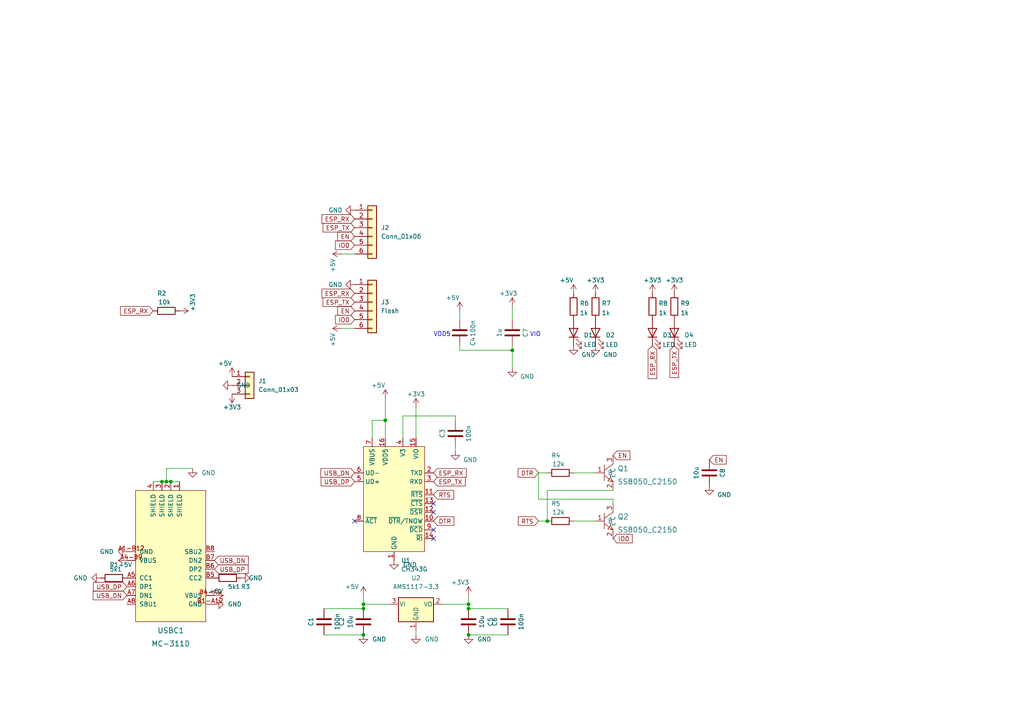
<source format=kicad_sch>
(kicad_sch (version 20211123) (generator eeschema)
  (paper "A4")
  (lib_symbols
    (symbol "Connector_Generic:Conn_01x03" (pin_names (offset 1.016) hide)
      (property "Reference" "J" (at 0 5.08 0))
      (property "Value" "Conn_01x03" (at 0 -5.08 0))
      (symbol "Conn_01x03_1_1"
        (rectangle (start -1.27 -2.413) (end 0 -2.667) (stroke (width 0.1524)))
        (rectangle (start -1.27 0.127) (end 0 -0.127) (stroke (width 0.1524)))
        (rectangle (start -1.27 2.667) (end 0 2.413) (stroke (width 0.1524)))
        (rectangle (start -1.27 3.81) (end 1.27 -3.81) (stroke (width 0.254)) (fill (type background)))
        (pin passive line (at -5.08 2.54 0) (length 3.81) (name "Pin_1") (number "1"))
        (pin passive line (at -5.08 0 0) (length 3.81) (name "Pin_2") (number "2"))
        (pin passive line (at -5.08 -2.54 0) (length 3.81) (name "Pin_3") (number "3"))
      )
    )
    (symbol "Connector_Generic:Conn_01x06" (pin_names (offset 1.016) hide)
      (property "Reference" "J" (at 0 7.62 0))
      (property "Value" "Conn_01x06" (at 0 -10.16 0))
      (symbol "Conn_01x06_1_1"
        (rectangle (start -1.27 -7.493) (end 0 -7.747) (stroke (width 0.1524)))
        (rectangle (start -1.27 -4.953) (end 0 -5.207) (stroke (width 0.1524)))
        (rectangle (start -1.27 -2.413) (end 0 -2.667) (stroke (width 0.1524)))
        (rectangle (start -1.27 0.127) (end 0 -0.127) (stroke (width 0.1524)))
        (rectangle (start -1.27 2.667) (end 0 2.413) (stroke (width 0.1524)))
        (rectangle (start -1.27 5.207) (end 0 4.953) (stroke (width 0.1524)))
        (rectangle (start -1.27 6.35) (end 1.27 -8.89) (stroke (width 0.254)) (fill (type background)))
        (pin passive line (at -5.08 5.08 0) (length 3.81) (name "Pin_1") (number "1"))
        (pin passive line (at -5.08 2.54 0) (length 3.81) (name "Pin_2") (number "2"))
        (pin passive line (at -5.08 0 0) (length 3.81) (name "Pin_3") (number "3"))
        (pin passive line (at -5.08 -2.54 0) (length 3.81) (name "Pin_4") (number "4"))
        (pin passive line (at -5.08 -5.08 0) (length 3.81) (name "Pin_5") (number "5"))
        (pin passive line (at -5.08 -7.62 0) (length 3.81) (name "Pin_6") (number "6"))
      )
    )
    (symbol "Device:C" (pin_numbers hide) (pin_names (offset 0.254))
      (property "Reference" "C" (at 0.635 2.54 0))
      (property "Value" "C" (at 0.635 -2.54 0))
      (symbol "C_0_1"
        (polyline (pts (xy -2.032 -0.762) (xy 2.032 -0.762)) (stroke (width 0.508)))
        (polyline (pts (xy -2.032 0.762) (xy 2.032 0.762)) (stroke (width 0.508)))
      )
      (symbol "C_1_1"
        (pin passive line (at 0 3.81 270) (length 2.794) (name "~") (number "1"))
        (pin passive line (at 0 -3.81 90) (length 2.794) (name "~") (number "2"))
      )
    )
    (symbol "Device:LED" (pin_numbers hide) (pin_names (offset 1.016) hide)
      (property "Reference" "D" (at 0 2.54 0))
      (property "Value" "LED" (at 0 -2.54 0))
      (symbol "LED_0_1"
        (polyline (pts (xy -1.27 -1.27) (xy -1.27 1.27)) (stroke (width 0.254)))
        (polyline (pts (xy -1.27 0) (xy 1.27 0)))
        (polyline (pts (xy 1.27 -1.27) (xy 1.27 1.27) (xy -1.27 0) (xy 1.27 -1.27)) (stroke (width 0.254)))
        (polyline (pts (xy -3.048 -0.762) (xy -4.572 -2.286) (xy -3.81 -2.286) (xy -4.572 -2.286) (xy -4.572 -1.524)))
        (polyline (pts (xy -1.778 -0.762) (xy -3.302 -2.286) (xy -2.54 -2.286) (xy -3.302 -2.286) (xy -3.302 -1.524)))
      )
      (symbol "LED_1_1"
        (pin passive line (at -3.81 0 0) (length 2.54) (name "K") (number "1"))
        (pin passive line (at 3.81 0 180) (length 2.54) (name "A") (number "2"))
      )
    )
    (symbol "Device:R" (pin_numbers hide) (pin_names (offset 0))
      (property "Reference" "R" (at 2.032 0 90))
      (property "Value" "R" (at 0 0 90))
      (symbol "R_0_1"
        (rectangle (start -1.016 -2.54) (end 1.016 2.54) (stroke (width 0.254)))
      )
      (symbol "R_1_1"
        (pin passive line (at 0 3.81 270) (length 1.27) (name "~") (number "1"))
        (pin passive line (at 0 -3.81 90) (length 1.27) (name "~") (number "2"))
      )
    )
    (symbol "Regulator_Linear:AMS1117-3.3" (pin_names (offset 0.254))
      (property "Reference" "U" (at -3.81 3.175 0))
      (property "Value" "AMS1117-3.3" (at 0 3.175 0))
      (symbol "AMS1117-3.3_0_1"
        (rectangle (start -5.08 -5.08) (end 5.08 1.905) (stroke (width 0.254)) (fill (type background)))
      )
      (symbol "AMS1117-3.3_1_1"
        (pin power_in line (at 0 -7.62 90) (length 2.54) (name "GND") (number "1"))
        (pin power_out line (at 7.62 0 180) (length 2.54) (name "VO") (number "2"))
        (pin power_in line (at -7.62 0 0) (length 2.54) (name "VI") (number "3"))
      )
    )
    (symbol "SS8050:SS8050_C2150" (pin_names (offset 1.016))
      (property "Reference" "Q?" (at 0 10.16 0))
      (property "Value" "SS8050_C2150" (at 0 -10.16 0))
      (symbol "SS8050_C2150_1_1"
        (polyline (pts (xy -2.54 -0.762) (xy 0 -2.54)))
        (polyline (pts (xy -2.54 2.286) (xy -2.54 -2.286)))
        (polyline (pts (xy 0 2.54) (xy -2.54 0.762)))
        (polyline (pts (xy 0 -2.54) (xy -0.762 -1.27) (xy -1.524 -2.286) (xy 0 -2.54)) (fill (type background)))
        (pin unspecified line (at -5.08 0 0) (length 2.54) (name "B") (number "1"))
        (pin unspecified line (at 0 -5.08 90) (length 2.54) (name "E") (number "2"))
        (pin unspecified line (at 0 5.08 270) (length 2.54) (name "C") (number "3"))
      )
    )
    (symbol "power:+3.3V" (power) (pin_names (offset 0))
      (property "Value" "+3.3V" (at 0 3.556 0))
      (symbol "+3.3V_0_1"
        (polyline (pts (xy -0.762 1.27) (xy 0 2.54)))
        (polyline (pts (xy 0 0) (xy 0 2.54)))
        (polyline (pts (xy 0 2.54) (xy 0.762 1.27)))
      )
      (symbol "+3.3V_1_1"
        (pin power_in line (at 0 0 90) (length 0) hide (name "+3V3") (number "1"))
      )
    )
    (symbol "power:+5V" (power) (pin_names (offset 0))
      (property "Value" "+5V" (at 0 3.556 0))
      (symbol "+5V_0_1"
        (polyline (pts (xy -0.762 1.27) (xy 0 2.54)))
        (polyline (pts (xy 0 0) (xy 0 2.54)))
        (polyline (pts (xy 0 2.54) (xy 0.762 1.27)))
      )
      (symbol "+5V_1_1"
        (pin power_in line (at 0 0 90) (length 0) hide (name "+5V") (number "1"))
      )
    )
    (symbol "power:GND" (power) (pin_names (offset 0))
      (property "Value" "GND" (at 0 -3.81 0))
      (symbol "GND_0_1"
        (polyline (pts (xy 0 0) (xy 0 -1.27) (xy 1.27 -1.27) (xy 0 -2.54) (xy -1.27 -1.27) (xy 0 -1.27)))
      )
      (symbol "GND_1_1"
        (pin power_in line (at 0 0 270) (length 0) hide (name "GND") (number "1"))
      )
    )
    (symbol "usb_c_bobby:MC-311D" (pin_names (offset 1.016))
      (property "Reference" "USBC?" (at 0 24.13 0))
      (property "Value" "MC-311D" (at 0 -21.59 0))
      (symbol "MC-311D_1_1"
        (rectangle (start -10.16 16.51) (end 10.16 -21.59) (fill (type background)))
        (pin unspecified line (at 2.54 19.05 270) (length 2.54) (name "SHIELD") (number "1"))
        (pin unspecified line (at 0 19.05 270) (length 2.54) (name "SHIELD") (number "2"))
        (pin unspecified line (at -2.54 19.05 270) (length 2.54) (name "SHIELD") (number "3"))
        (pin unspecified line (at -5.08 19.05 270) (length 2.54) (name "SHIELD") (number "4"))
        (pin unspecified line (at -12.7 -1.27 0) (length 2.54) (name "GND") (number "A1-B12"))
        (pin unspecified line (at -12.7 -3.81 0) (length 2.54) (name "VBUS") (number "A4-B9"))
        (pin unspecified line (at -12.7 -8.89 0) (length 2.54) (name "CC1") (number "A5"))
        (pin unspecified line (at -12.7 -11.43 0) (length 2.54) (name "DP1") (number "A6"))
        (pin unspecified line (at -12.7 -13.97 0) (length 2.54) (name "DN1") (number "A7"))
        (pin unspecified line (at -12.7 -16.51 0) (length 2.54) (name "SBU1") (number "A8"))
        (pin unspecified line (at 12.7 -16.51 180) (length 2.54) (name "GND") (number "B1-A12"))
        (pin unspecified line (at 12.7 -13.97 180) (length 2.54) (name "VBUS") (number "B4-A9"))
        (pin unspecified line (at 12.7 -8.89 180) (length 2.54) (name "CC2") (number "B5"))
        (pin unspecified line (at 12.7 -6.35 180) (length 2.54) (name "DP2") (number "B6"))
        (pin unspecified line (at 12.7 -3.81 180) (length 2.54) (name "DN2") (number "B7"))
        (pin unspecified line (at 12.7 -1.27 180) (length 2.54) (name "SBU2") (number "B8"))
      )
    )
    (symbol "wch-usb-uart:CH343G"
      (property "Reference" "U" (at 6.35 -17.78 0))
      (property "Value" "CH343G" (at 6.35 -20.32 0))
      (symbol "CH343G_0_1"
        (rectangle (start -8.89 15.24) (end 8.89 -15.24) (stroke (width 0.1524)) (fill (type background)))
      )
      (symbol "CH343G_1_1"
        (pin passive line (at 0 -17.78 90) (length 2.54) (name "GND") (number "1"))
        (pin output line (at 11.43 -6.35 180) (length 2.54) (name "~{DTR}/TNOW") (number "10"))
        (pin output line (at 11.43 1.27 180) (length 2.54) (name "~{RTS}") (number "11"))
        (pin input line (at 11.43 -3.81 180) (length 2.54) (name "~{DSR}") (number "12"))
        (pin input line (at 11.43 -1.27 180) (length 2.54) (name "~{CTS}") (number "13"))
        (pin input line (at 11.43 -11.43 180) (length 2.54) (name "~{RI}") (number "14"))
        (pin power_in line (at 6.35 17.78 270) (length 2.54) (name "VIO") (number "15"))
        (pin power_in line (at -2.54 17.78 270) (length 2.54) (name "VDD5") (number "16"))
        (pin output line (at 11.43 7.62 180) (length 2.54) (name "TXD") (number "2"))
        (pin input line (at 11.43 5.08 180) (length 2.54) (name "RXD") (number "3"))
        (pin power_in line (at 2.54 17.78 270) (length 2.54) (name "V3") (number "4"))
        (pin bidirectional line (at -11.43 5.08 0) (length 2.54) (name "UD+") (number "5"))
        (pin bidirectional line (at -11.43 7.62 0) (length 2.54) (name "UD-") (number "6"))
        (pin input line (at -6.35 17.78 270) (length 2.54) (name "VBUS") (number "7"))
        (pin output line (at -11.43 -6.35 0) (length 2.54) (name "~{ACT}") (number "8"))
        (pin input line (at 11.43 -8.89 180) (length 2.54) (name "~{DCD}") (number "9"))
      )
    )
  )
  (junction (at 105.41 184.15))
  (junction (at 48.26 139.7))
  (junction (at 158.75 151.13))
  (junction (at 111.76 121.92))
  (junction (at 46.99 139.7))
  (junction (at 49.53 139.7))
  (junction (at 135.89 184.15))
  (junction (at 135.89 175.26))
  (junction (at 148.59 101.6))
  (junction (at 105.41 175.26))
  (junction (at 135.89 176.53))
  (junction (at 105.41 176.53))
  (no_connect (at 125.73 153.67))
  (no_connect (at 125.73 146.05))
  (no_connect (at 102.87 151.13))
  (no_connect (at 125.73 148.59))
  (no_connect (at 125.73 156.21))
  (wire (pts (xy 99.06 95.25) (xy 102.87 95.25)))
  (wire (pts (xy 156.21 137.16) (xy 158.75 137.16)))
  (wire (pts (xy 120.65 118.11) (xy 120.65 127)))
  (wire (pts (xy 156.21 137.16) (xy 156.21 144.78)))
  (wire (pts (xy 48.26 135.89) (xy 48.26 139.7)))
  (wire (pts (xy 49.53 139.7) (xy 52.07 139.7)))
  (wire (pts (xy 120.65 184.15) (xy 120.65 182.88)))
  (wire (pts (xy 135.89 176.53) (xy 147.32 176.53)))
  (wire (pts (xy 166.37 137.16) (xy 172.72 137.16)))
  (wire (pts (xy 93.98 176.53) (xy 105.41 176.53)))
  (wire (pts (xy 107.95 121.92) (xy 107.95 127)))
  (wire (pts (xy 148.59 100.33) (xy 148.59 101.6)))
  (wire (pts (xy 132.08 120.65) (xy 132.08 121.92)))
  (wire (pts (xy 166.37 151.13) (xy 172.72 151.13)))
  (wire (pts (xy 148.59 101.6) (xy 148.59 106.68)))
  (wire (pts (xy 111.76 115.57) (xy 111.76 121.92)))
  (wire (pts (xy 128.27 175.26) (xy 135.89 175.26)))
  (wire (pts (xy 133.35 90.17) (xy 133.35 92.71)))
  (wire (pts (xy 132.08 129.54) (xy 132.08 130.81)))
  (wire (pts (xy 177.8 142.24) (xy 158.75 142.24)))
  (wire (pts (xy 135.89 175.26) (xy 135.89 176.53)))
  (wire (pts (xy 156.21 151.13) (xy 158.75 151.13)))
  (wire (pts (xy 93.98 184.15) (xy 105.41 184.15)))
  (wire (pts (xy 158.75 142.24) (xy 158.75 151.13)))
  (wire (pts (xy 105.41 175.26) (xy 113.03 175.26)))
  (wire (pts (xy 48.26 139.7) (xy 49.53 139.7)))
  (wire (pts (xy 46.99 139.7) (xy 44.45 139.7)))
  (wire (pts (xy 99.06 73.66) (xy 102.87 73.66)))
  (wire (pts (xy 133.35 101.6) (xy 148.59 101.6)))
  (wire (pts (xy 111.76 121.92) (xy 107.95 121.92)))
  (wire (pts (xy 105.41 172.72) (xy 105.41 175.26)))
  (wire (pts (xy 116.84 120.65) (xy 132.08 120.65)))
  (wire (pts (xy 116.84 120.65) (xy 116.84 127)))
  (wire (pts (xy 135.89 172.72) (xy 135.89 175.26)))
  (wire (pts (xy 48.26 139.7) (xy 46.99 139.7)))
  (wire (pts (xy 133.35 100.33) (xy 133.35 101.6)))
  (wire (pts (xy 48.26 135.89) (xy 55.88 135.89)))
  (wire (pts (xy 177.8 144.78) (xy 177.8 146.05)))
  (wire (pts (xy 111.76 121.92) (xy 111.76 127)))
  (wire (pts (xy 135.89 184.15) (xy 147.32 184.15)))
  (wire (pts (xy 156.21 144.78) (xy 177.8 144.78)))
  (wire (pts (xy 105.41 175.26) (xy 105.41 176.53)))
  (wire (pts (xy 148.59 88.9) (xy 148.59 92.71)))
  (text "VIO" (at 153.67 97.79 0) (effects (font (size 1.27 1.27)) (justify left bottom)))
  (text "VDD5" (at 125.73 97.79 0) (effects (font (size 1.27 1.27)) (justify left bottom)))
  (global_label "ESP_RX" (shape input) (at 44.45 90.17 180) (property "Referenzen zwischen Schaltplänen" "${INTERSHEET_REFS}" (effects hide)))
  (global_label "ESP_TX" (shape input) (at 102.87 66.04 180) (property "Referenzen zwischen Schaltplänen" "${INTERSHEET_REFS}" (effects hide)))
  (global_label "ESP_TX" (shape input) (at 195.58 100.33 270) (property "Referenzen zwischen Schaltplänen" "${INTERSHEET_REFS}" (effects hide)))
  (global_label "EN" (shape input) (at 102.87 68.58 180) (property "Referenzen zwischen Schaltplänen" "${INTERSHEET_REFS}" (effects hide)))
  (global_label "ESP_TX" (shape input) (at 102.87 87.63 180) (property "Referenzen zwischen Schaltplänen" "${INTERSHEET_REFS}" (effects hide)))
  (global_label "DTR" (shape input) (at 156.21 137.16 180) (property "Referenzen zwischen Schaltplänen" "${INTERSHEET_REFS}" (effects hide)))
  (global_label "ESP_RX" (shape input) (at 102.87 63.5 180) (property "Referenzen zwischen Schaltplänen" "${INTERSHEET_REFS}" (effects hide)))
  (global_label "USB_DN" (shape input) (at 36.83 172.72 180) (property "Referenzen zwischen Schaltplänen" "${INTERSHEET_REFS}" (effects hide)))
  (global_label "RTS" (shape input) (at 156.21 151.13 180) (property "Referenzen zwischen Schaltplänen" "${INTERSHEET_REFS}" (effects hide)))
  (global_label "DTR" (shape input) (at 125.73 151.13 0) (property "Referenzen zwischen Schaltplänen" "${INTERSHEET_REFS}" (effects hide)))
  (global_label "EN" (shape input) (at 205.74 133.35 0) (property "Referenzen zwischen Schaltplänen" "${INTERSHEET_REFS}" (effects hide)))
  (global_label "EN" (shape input) (at 102.87 90.17 180) (property "Referenzen zwischen Schaltplänen" "${INTERSHEET_REFS}" (effects hide)))
  (global_label "USB_DP" (shape input) (at 36.83 170.18 180) (property "Referenzen zwischen Schaltplänen" "${INTERSHEET_REFS}" (effects hide)))
  (global_label "EN" (shape input) (at 177.8 132.08 0) (property "Referenzen zwischen Schaltplänen" "${INTERSHEET_REFS}" (effects hide)))
  (global_label "IO0" (shape input) (at 102.87 92.71 180) (property "Referenzen zwischen Schaltplänen" "${INTERSHEET_REFS}" (effects hide)))
  (global_label "ESP_TX" (shape input) (at 125.73 139.7 0) (property "Referenzen zwischen Schaltplänen" "${INTERSHEET_REFS}" (effects hide)))
  (global_label "USB_DP" (shape input) (at 102.87 139.7 180) (property "Referenzen zwischen Schaltplänen" "${INTERSHEET_REFS}" (effects hide)))
  (global_label "USB_DP" (shape input) (at 62.23 165.1 0) (property "Referenzen zwischen Schaltplänen" "${INTERSHEET_REFS}" (effects hide)))
  (global_label "IO0" (shape input) (at 102.87 71.12 180) (property "Referenzen zwischen Schaltplänen" "${INTERSHEET_REFS}" (effects hide)))
  (global_label "USB_DN" (shape input) (at 62.23 162.56 0) (property "Referenzen zwischen Schaltplänen" "${INTERSHEET_REFS}" (effects hide)))
  (global_label "IO0" (shape input) (at 177.8 156.21 0) (property "Referenzen zwischen Schaltplänen" "${INTERSHEET_REFS}" (effects hide)))
  (global_label "ESP_RX" (shape input) (at 102.87 85.09 180) (property "Referenzen zwischen Schaltplänen" "${INTERSHEET_REFS}" (effects hide)))
  (global_label "USB_DN" (shape input) (at 102.87 137.16 180) (property "Referenzen zwischen Schaltplänen" "${INTERSHEET_REFS}" (effects hide)))
  (global_label "ESP_RX" (shape input) (at 125.73 137.16 0) (property "Referenzen zwischen Schaltplänen" "${INTERSHEET_REFS}" (effects hide)))
  (global_label "ESP_RX" (shape input) (at 189.23 100.33 270) (property "Referenzen zwischen Schaltplänen" "${INTERSHEET_REFS}" (effects hide)))
  (global_label "RTS" (shape input) (at 125.73 143.51 0) (property "Referenzen zwischen Schaltplänen" "${INTERSHEET_REFS}" (effects hide)))
  (symbol (lib_id "Device:C") (at 132.08 125.73 180) (unit 1)
    (property "Reference" "C3" (at 128.27 125.73 90))
    (property "Value" "100n" (at 135.89 125.73 90))
    (property "Footprint" "Capacitor_SMD:C_0402_1005Metric" (effects hide))
    (property "LCSC Part #" "C1525" (effects hide))
  )
  (symbol (lib_id "SS8050:SS8050_C2150") (at 177.8 137.16 0) (unit 1)
    (property "Reference" "Q1" (at 179.07 135.89 0) (effects (font (size 1.524 1.524)) (justify left)))
    (property "Value" "SS8050_C2150" (at 179.07 139.7 0) (effects (font (size 1.524 1.524)) (justify left)))
    (property "Footprint" "Package_TO_SOT_SMD:SOT-23" (effects hide))
    (property "Datasheet" "https://lcsc.com/product-detail/Transistors-NPN-PNP_SS8050-Y1-200-350_C2150.html" (effects hide))
    (property "Manufacturer" "CJ" (effects hide))
    (property "LCSC Part" "C2150" (effects hide))
    (property "JLC Part" "Basic Part" (effects hide))
  )
  (symbol (lib_id "Device:R") (at 162.56 151.13 90) (unit 1)
    (property "Reference" "R5" (at 162.56 146.05 90) (effects (justify left)))
    (property "Value" "12k" (at 163.83 148.59 90) (effects (justify left)))
    (property "Footprint" "Resistor_SMD:R_0402_1005Metric" (effects hide))
    (property "LCSC" "C25752" (effects hide))
  )
  (symbol (lib_id "power:+3.3V") (at 189.23 85.09 0) (unit 1)
    (property "Reference" "#PWR0130" (effects hide))
    (property "Value" "+3.3V" (at 189.23 81.28 0))
  )
  (symbol (lib_id "power:+5V") (at 105.41 172.72 0) (unit 1)
    (property "Reference" "#PWR0111" (effects hide))
    (property "Value" "+5V" (at 104.14 170.18 0) (effects (justify right)))
  )
  (symbol (lib_id "Device:R") (at 166.37 88.9 0) (unit 1)
    (property "Reference" "R6" (at 168.148 87.9915 0) (effects (justify left)))
    (property "Value" "1k" (at 168.148 90.7666 0) (effects (justify left)))
    (property "Footprint" "Resistor_SMD:R_0402_1005Metric" (effects hide))
    (property "LCSC" "C11702" (effects hide))
  )
  (symbol (lib_id "power:GND") (at 120.65 184.15 0) (unit 1)
    (property "Reference" "#PWR0109" (effects hide))
    (property "Value" "GND" (at 123.19 185.4199 0) (effects (justify left)))
  )
  (symbol (lib_id "power:GND") (at 132.08 130.81 0) (unit 1)
    (property "Reference" "#PWR0114" (effects hide))
    (property "Value" "GND" (at 138.43 133.35 0) (effects (justify right)))
  )
  (symbol (lib_id "Device:C") (at 148.59 96.52 180) (unit 1)
    (property "Reference" "C7" (at 152.4 96.52 90))
    (property "Value" "1u" (at 144.78 96.52 90))
    (property "Footprint" "Capacitor_SMD:C_0603_1608Metric" (effects hide))
    (property "LCSC Part #" "C15849" (effects hide))
  )
  (symbol (lib_id "Device:C") (at 93.98 180.34 180) (unit 1)
    (property "Reference" "C1" (at 90.17 180.34 90))
    (property "Value" "100n" (at 97.79 180.34 90))
    (property "Footprint" "Capacitor_SMD:C_0402_1005Metric" (effects hide))
    (property "LCSC Part #" "C1525" (effects hide))
  )
  (symbol (lib_id "Device:LED") (at 189.23 96.52 90) (unit 1)
    (property "Reference" "D3" (at 192.151 97.199 90) (effects (justify right)))
    (property "Value" "LED" (at 192.151 99.9741 90) (effects (justify right)))
    (property "Footprint" "LED_SMD:LED_0603_1608Metric" (effects hide))
    (property "LCSC" "C2290" (effects hide))
  )
  (symbol (lib_id "power:GND") (at 166.37 100.33 0) (unit 1)
    (property "Reference" "#PWR0129" (effects hide))
    (property "Value" "GND" (at 172.72 102.87 0) (effects (justify right)))
  )
  (symbol (lib_id "power:+3.3V") (at 195.58 85.09 0) (unit 1)
    (property "Reference" "#PWR0131" (effects hide))
    (property "Value" "+3.3V" (at 195.58 81.28 0))
  )
  (symbol (lib_id "power:+5V") (at 62.23 172.72 270) (unit 1)
    (property "Reference" "#PWR0101" (effects hide))
    (property "Value" "+5V" (at 64.77 171.45 90) (effects (justify right)))
  )
  (symbol (lib_id "power:GND") (at 114.3 162.56 0) (unit 1)
    (property "Reference" "#PWR0110" (effects hide))
    (property "Value" "GND" (at 116.84 163.8299 0) (effects (justify left)))
  )
  (symbol (lib_id "Device:LED") (at 166.37 96.52 90) (unit 1)
    (property "Reference" "D1" (at 169.291 97.199 90) (effects (justify right)))
    (property "Value" "LED" (at 169.291 99.9741 90) (effects (justify right)))
    (property "Footprint" "LED_SMD:LED_0603_1608Metric" (effects hide))
    (property "LCSC" "C2286" (effects hide))
  )
  (symbol (lib_id "power:GND") (at 102.87 82.55 270) (unit 1)
    (property "Reference" "#PWR0124" (effects hide))
    (property "Value" "GND" (at 95.25 82.55 90) (effects (justify left)))
  )
  (symbol (lib_id "power:+5V") (at 99.06 95.25 90) (unit 1)
    (property "Reference" "#PWR0126" (effects hide))
    (property "Value" "+5V" (at 96.52 96.52 0) (effects (justify right)))
  )
  (symbol (lib_id "power:+5V") (at 36.83 162.56 90) (unit 1)
    (property "Reference" "#PWR0105" (effects hide))
    (property "Value" "+5V" (at 34.29 163.83 90) (effects (justify right)))
  )
  (symbol (lib_id "power:+5V") (at 67.31 109.22 0) (unit 1)
    (property "Reference" "#PWR0120" (effects hide))
    (property "Value" "+5V" (at 67.31 105.41 0) (effects (justify right)))
  )
  (symbol (lib_id "Device:LED") (at 172.72 96.52 90) (unit 1)
    (property "Reference" "D2" (at 175.641 97.199 90) (effects (justify right)))
    (property "Value" "LED" (at 175.641 99.9741 90) (effects (justify right)))
    (property "Footprint" "LED_SMD:LED_0603_1608Metric" (effects hide))
    (property "LCSC" "C72043" (effects hide))
  )
  (symbol (lib_id "power:GND") (at 148.59 106.68 0) (unit 1)
    (property "Reference" "#PWR0117" (effects hide))
    (property "Value" "GND" (at 154.94 109.22 0) (effects (justify right)))
  )
  (symbol (lib_id "Device:R") (at 195.58 88.9 0) (unit 1)
    (property "Reference" "R9" (at 197.358 87.9915 0) (effects (justify left)))
    (property "Value" "1k" (at 197.358 90.7666 0) (effects (justify left)))
    (property "Footprint" "Resistor_SMD:R_0402_1005Metric" (effects hide))
    (property "LCSC" "C11702" (effects hide))
  )
  (symbol (lib_id "power:+3.3V") (at 148.59 88.9 0) (unit 1)
    (property "Reference" "#PWR0116" (effects hide))
    (property "Value" "+3.3V" (at 144.78 85.09 0) (effects (justify left)))
  )
  (symbol (lib_id "SS8050:SS8050_C2150") (at 177.8 151.13 0) (unit 1)
    (property "Reference" "Q2" (at 179.07 149.86 0) (effects (font (size 1.524 1.524)) (justify left)))
    (property "Value" "SS8050_C2150" (at 179.07 153.67 0) (effects (font (size 1.524 1.524)) (justify left)))
    (property "Footprint" "Package_TO_SOT_SMD:SOT-23" (effects hide))
    (property "Datasheet" "https://lcsc.com/product-detail/Transistors-NPN-PNP_SS8050-Y1-200-350_C2150.html" (effects hide))
    (property "Manufacturer" "CJ" (effects hide))
    (property "LCSC Part" "C2150" (effects hide))
    (property "JLC Part" "Basic Part" (effects hide))
  )
  (symbol (lib_id "power:+5V") (at 111.76 115.57 0) (unit 1)
    (property "Reference" "#PWR0119" (effects hide))
    (property "Value" "+5V" (at 111.76 111.76 0) (effects (justify right)))
  )
  (symbol (lib_id "Device:LED") (at 195.58 96.52 90) (unit 1)
    (property "Reference" "D4" (at 198.501 97.199 90) (effects (justify right)))
    (property "Value" "LED" (at 198.501 99.9741 90) (effects (justify right)))
    (property "Footprint" "LED_SMD:LED_0603_1608Metric" (effects hide))
    (property "LCSC" "C72041" (effects hide))
  )
  (symbol (lib_id "power:GND") (at 102.87 60.96 270) (unit 1)
    (property "Reference" "#PWR0127" (effects hide))
    (property "Value" "GND" (at 95.25 60.96 90) (effects (justify left)))
  )
  (symbol (lib_id "Device:R") (at 189.23 88.9 0) (unit 1)
    (property "Reference" "R8" (at 191.008 87.9915 0) (effects (justify left)))
    (property "Value" "1k" (at 191.008 90.7666 0) (effects (justify left)))
    (property "Footprint" "Resistor_SMD:R_0402_1005Metric" (effects hide))
    (property "LCSC" "C11702" (effects hide))
  )
  (symbol (lib_id "power:+3.3V") (at 52.07 90.17 270) (unit 1)
    (property "Reference" "#PWR0123" (effects hide))
    (property "Value" "+3.3V" (at 55.88 85.09 0) (effects (justify left)))
  )
  (symbol (lib_id "Device:R") (at 66.04 167.64 270) (unit 1)
    (property "Reference" "R3" (at 69.85 170.18 90) (effects (justify left)))
    (property "Value" "5k1" (at 66.04 170.18 90) (effects (justify left)))
    (property "Footprint" "Resistor_SMD:R_0402_1005Metric" (effects hide))
    (property "LCSC" "C25905" (effects hide))
  )
  (symbol (lib_id "power:+3.3V") (at 120.65 118.11 0) (unit 1)
    (property "Reference" "#PWR0118" (effects hide))
    (property "Value" "+3.3V" (at 120.65 114.3 0))
  )
  (symbol (lib_id "power:GND") (at 105.41 184.15 0) (unit 1)
    (property "Reference" "#PWR0108" (effects hide))
    (property "Value" "GND" (at 107.95 185.4199 0) (effects (justify left)))
  )
  (symbol (lib_id "power:GND") (at 29.21 167.64 270) (unit 1)
    (property "Reference" "#PWR0106" (effects hide))
    (property "Value" "GND" (at 25.4 167.6399 90) (effects (justify right)))
  )
  (symbol (lib_id "power:+3.3V") (at 67.31 114.3 180) (unit 1)
    (property "Reference" "#PWR0121" (effects hide))
    (property "Value" "+3.3V" (at 67.31 118.11 0))
  )
  (symbol (lib_id "Connector_Generic:Conn_01x03") (at 72.39 111.76 0) (unit 1)
    (property "Reference" "J1" (at 74.93 110.4899 0) (effects (justify left)))
    (property "Value" "Conn_01x03" (at 74.93 113.0299 0) (effects (justify left)))
    (property "Footprint" "Connector_PinHeader_2.54mm:PinHeader_1x03_P2.54mm_Vertical" (effects hide))
  )
  (symbol (lib_id "Device:R") (at 33.02 167.64 270) (unit 1)
    (property "Reference" "R1" (at 31.75 163.83 90) (effects (justify left)))
    (property "Value" "5k1" (at 31.75 165.1 90) (effects (justify left)))
    (property "Footprint" "Resistor_SMD:R_0402_1005Metric" (effects hide))
    (property "LCSC" "C25905" (effects hide))
  )
  (symbol (lib_id "power:+5V") (at 99.06 73.66 90) (unit 1)
    (property "Reference" "#PWR0125" (effects hide))
    (property "Value" "+5V" (at 96.52 74.93 0) (effects (justify right)))
  )
  (symbol (lib_id "Device:R") (at 162.56 137.16 90) (unit 1)
    (property "Reference" "R4" (at 162.56 132.08 90) (effects (justify left)))
    (property "Value" "12k" (at 163.83 134.62 90) (effects (justify left)))
    (property "Footprint" "Resistor_SMD:R_0402_1005Metric" (effects hide))
    (property "LCSC" "C25752" (effects hide))
  )
  (symbol (lib_id "Device:C") (at 147.32 180.34 180) (unit 1)
    (property "Reference" "C6" (at 143.51 180.34 90))
    (property "Value" "100n" (at 151.13 180.34 90))
    (property "Footprint" "Capacitor_SMD:C_0402_1005Metric" (effects hide))
    (property "LCSC Part #" "C1525" (effects hide))
  )
  (symbol (lib_id "power:GND") (at 36.83 160.02 270) (unit 1)
    (property "Reference" "#PWR0104" (effects hide))
    (property "Value" "GND" (at 33.02 160.0199 90) (effects (justify right)))
  )
  (symbol (lib_id "Regulator_Linear:AMS1117-3.3") (at 120.65 175.26 0) (unit 1)
    (property "Reference" "U2" (at 120.65 167.64 0))
    (property "Value" "AMS1117-3.3" (at 120.65 170.18 0))
    (property "Footprint" "Package_TO_SOT_SMD:SOT-223-3_TabPin2" (effects hide))
    (property "Datasheet" "http://www.advanced-monolithic.com/pdf/ds1117.pdf" (effects hide))
    (property "LCSC" "C6186" (effects hide))
  )
  (symbol (lib_id "Device:R") (at 48.26 90.17 90) (unit 1)
    (property "Reference" "R2" (at 48.26 85.09 90) (effects (justify left)))
    (property "Value" "10k" (at 49.53 87.63 90) (effects (justify left)))
    (property "Footprint" "Resistor_SMD:R_0402_1005Metric" (effects hide))
    (property "LCSC" "C25744" (effects hide))
  )
  (symbol (lib_id "wch-usb-uart:CH343G") (at 114.3 144.78 0) (unit 1)
    (property "Reference" "U1" (at 116.3194 162.56 0) (effects (justify left)))
    (property "Value" "CH343G" (at 116.3194 165.1 0) (effects (justify left)))
    (property "Footprint" "Package_SO:SOIC-16_3.9x9.9mm_P1.27mm" (effects hide))
    (property "Datasheet" "http://www.wch.cn/downloads/file/307.html" (effects hide))
    (property "LCSC" "C2844153" (effects hide))
  )
  (symbol (lib_id "Connector_Generic:Conn_01x06") (at 107.95 87.63 0) (unit 1)
    (property "Reference" "J3" (at 110.49 87.6299 0) (effects (justify left)))
    (property "Value" "Flash" (at 110.49 90.1699 0) (effects (justify left)))
    (property "Footprint" "Connector_JST:JST_XH_B6B-XH-A_1x06_P2.50mm_Vertical" (effects hide))
    (property "LCSC" "C5663" (effects hide))
  )
  (symbol (lib_id "Device:C") (at 133.35 96.52 180) (unit 1)
    (property "Reference" "C4" (at 137.16 99.06 90))
    (property "Value" "100n" (at 137.16 95.25 90))
    (property "Footprint" "Capacitor_SMD:C_0402_1005Metric" (effects hide))
    (property "LCSC Part #" "C1525" (effects hide))
  )
  (symbol (lib_id "power:GND") (at 67.31 111.76 270) (unit 1)
    (property "Reference" "#PWR0122" (effects hide))
    (property "Value" "GND" (at 68.58 111.7599 90) (effects (justify left)))
  )
  (symbol (lib_id "power:GND") (at 205.74 140.97 0) (unit 1)
    (property "Reference" "#PWR0134" (effects hide))
    (property "Value" "GND" (at 212.09 143.51 0) (effects (justify right)))
  )
  (symbol (lib_id "Device:C") (at 105.41 180.34 180) (unit 1)
    (property "Reference" "C2" (at 99.06 180.34 90))
    (property "Value" "10u" (at 101.6 180.34 90))
    (property "Footprint" "Capacitor_SMD:C_0603_1608Metric" (effects hide))
    (property "LCSC Part #" "C96446" (effects hide))
  )
  (symbol (lib_id "power:GND") (at 172.72 100.33 0) (unit 1)
    (property "Reference" "#PWR0128" (effects hide))
    (property "Value" "GND" (at 179.07 102.87 0) (effects (justify right)))
  )
  (symbol (lib_id "power:GND") (at 62.23 175.26 90) (unit 1)
    (property "Reference" "#PWR0102" (effects hide))
    (property "Value" "GND" (at 66.04 175.2599 90) (effects (justify right)))
  )
  (symbol (lib_id "usb_c_bobby:MC-311D") (at 49.53 158.75 0) (unit 1)
    (property "Reference" "USBC1" (at 49.53 182.88 0) (effects (font (size 1.524 1.524))))
    (property "Value" "MC-311D" (at 49.53 186.69 0) (effects (font (size 1.524 1.524))))
    (property "Footprint" "usb_c_bobby:USB-C-SMD_MC-311D" (effects hide))
    (property "Datasheet" "https://lcsc.com/product-detail/USB-Type-C_MC-311D_C136423.html" (effects hide))
    (property "Manufacturer" "SOFNG" (effects hide))
    (property "LCSC Part" "C136423" (effects hide))
    (property "JLC Part" "Extended Part" (effects hide))
  )
  (symbol (lib_id "power:+3.3V") (at 172.72 85.09 0) (unit 1)
    (property "Reference" "#PWR0133" (effects hide))
    (property "Value" "+3.3V" (at 172.72 81.28 0))
  )
  (symbol (lib_id "Device:C") (at 205.74 137.16 180) (unit 1)
    (property "Reference" "C8" (at 209.55 137.16 90))
    (property "Value" "10u" (at 201.93 137.16 90))
    (property "Footprint" "Capacitor_SMD:C_0603_1608Metric" (effects hide))
    (property "LCSC Part #" "C96446" (effects hide))
  )
  (symbol (lib_id "power:+5V") (at 166.37 85.09 0) (unit 1)
    (property "Reference" "#PWR0132" (effects hide))
    (property "Value" "+5V" (at 166.37 81.28 0) (effects (justify right)))
  )
  (symbol (lib_id "power:+5V") (at 133.35 90.17 0) (unit 1)
    (property "Reference" "#PWR0115" (effects hide))
    (property "Value" "+5V" (at 133.35 86.36 0) (effects (justify right)))
  )
  (symbol (lib_id "Device:C") (at 135.89 180.34 0) (unit 1)
    (property "Reference" "C5" (at 142.24 180.34 90))
    (property "Value" "10u" (at 139.7 180.34 90))
    (property "Footprint" "Capacitor_SMD:C_0603_1608Metric" (effects hide))
    (property "LCSC Part #" "C96446" (effects hide))
  )
  (symbol (lib_id "Connector_Generic:Conn_01x06") (at 107.95 66.04 0) (unit 1)
    (property "Reference" "J2" (at 110.49 66.0399 0) (effects (justify left)))
    (property "Value" "Conn_01x06" (at 110.49 68.5799 0) (effects (justify left)))
    (property "Footprint" "Connector_PinHeader_2.54mm:PinHeader_1x06_P2.54mm_Vertical" (effects hide))
  )
  (symbol (lib_id "power:GND") (at 55.88 135.89 0) (unit 1)
    (property "Reference" "#PWR0107" (effects hide))
    (property "Value" "GND" (at 58.42 137.1599 0) (effects (justify left)))
  )
  (symbol (lib_id "power:GND") (at 69.85 167.64 90) (unit 1)
    (property "Reference" "#PWR0103" (effects hide))
    (property "Value" "GND" (at 76.2 167.64 90) (effects (justify left)))
  )
  (symbol (lib_id "power:GND") (at 135.89 184.15 0) (unit 1)
    (property "Reference" "#PWR0112" (effects hide))
    (property "Value" "GND" (at 138.43 185.4199 0) (effects (justify left)))
  )
  (symbol (lib_id "power:+3.3V") (at 135.89 172.72 0) (unit 1)
    (property "Reference" "#PWR0113" (effects hide))
    (property "Value" "+3.3V" (at 130.81 168.91 0) (effects (justify left)))
  )
  (symbol (lib_id "Device:R") (at 172.72 88.9 0) (unit 1)
    (property "Reference" "R7" (at 174.498 87.9915 0) (effects (justify left)))
    (property "Value" "1k" (at 174.498 90.7666 0) (effects (justify left)))
    (property "Footprint" "Resistor_SMD:R_0402_1005Metric" (effects hide))
    (property "LCSC" "C11702" (effects hide))
  )
)
</source>
